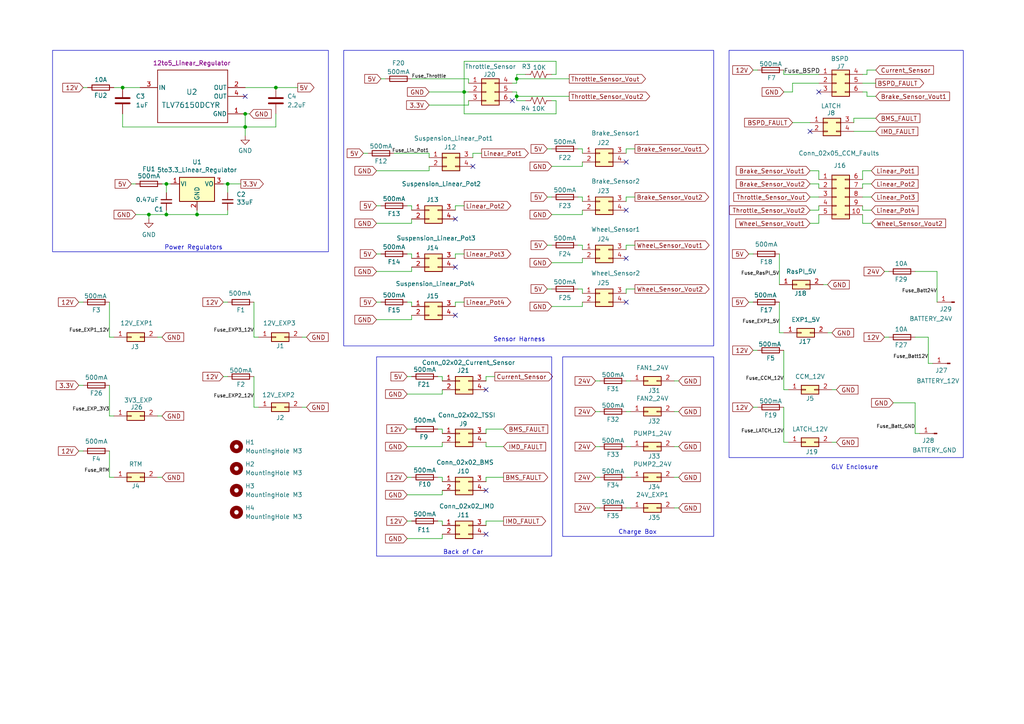
<source format=kicad_sch>
(kicad_sch (version 20250114) (generator "eeschema") (generator_version "9.0")
  (paper "A4")
  (rectangle (start 109.22 103.505) (end 160.02 161.29))
  (rectangle (start 15.24 14.605) (end 95.25 73.025))
  (rectangle (start 99.695 14.605) (end 207.01 100.33))
  (rectangle (start 211.455 14.605) (end 279.4 132.715))
  (rectangle (start 163.195 103.505) (end 207.01 155.575))
  (text "Sensor Harness" (at 150.622 98.552 0) (effects (font (size 1.27 1.27))))
  (text "Charge Box" (at 184.912 154.432 0) (effects (font (size 1.27 1.27))))
  (text "Back of Car" (at 134.366 160.274 0) (effects (font (size 1.27 1.27))))
  (text "Power Regulators" (at 56.134 71.882 0) (effects (font (size 1.27 1.27))))
  (text "GLV Enclosure" (at 247.904 135.636 0) (effects (font (size 1.27 1.27))))
  (junction (at 35.56 25.4))
  (junction (at 71.12 33.02))
  (junction (at 48.26 62.23))
  (junction (at 149.86 22.86))
  (junction (at 134.62 26.67))
  (junction (at 48.26 53.34))
  (junction (at 57.15 62.23))
  (junction (at 66.04 53.34))
  (junction (at 80.01 25.4))
  (junction (at 43.18 62.23))
  (junction (at 71.12 36.83))
  (junction (at 149.86 27.94))
  (no_connect (at 140.97 154.94))
  (no_connect (at 132.08 91.44))
  (no_connect (at 71.12 27.94))
  (no_connect (at 234.95 38.1))
  (no_connect (at 148.59 29.21))
  (no_connect (at 237.49 26.67))
  (no_connect (at 140.97 113.03))
  (no_connect (at 132.08 63.5))
  (no_connect (at 181.61 87.63))
  (no_connect (at 140.97 142.24))
  (no_connect (at 181.61 74.93))
  (no_connect (at 181.61 46.99))
  (no_connect (at 181.61 60.96))
  (no_connect (at 137.16 48.26))
  (no_connect (at 132.08 77.47))
  (wire (pts (xy 237.49 62.23) (xy 237.49 64.77)))
  (wire (pts (xy 196.85 110.49) (xy 195.58 110.49)))
  (wire (pts (xy 172.72 110.49) (xy 173.99 110.49)))
  (wire (pts (xy 22.86 87.63) (xy 24.13 87.63)))
  (wire (pts (xy 251.46 27.94) (xy 254 27.94)))
  (wire (pts (xy 124.46 26.67) (xy 134.62 26.67)))
  (wire (pts (xy 35.56 25.4) (xy 40.64 25.4)))
  (wire (pts (xy 256.54 97.79) (xy 257.81 97.79)))
  (wire (pts (xy 48.26 60.96) (xy 48.26 62.23)))
  (wire (pts (xy 229.87 26.67) (xy 229.87 24.13)))
  (wire (pts (xy 168.91 46.99) (xy 168.91 48.26)))
  (wire (pts (xy 118.11 151.13) (xy 119.38 151.13)))
  (wire (pts (xy 134.62 26.67) (xy 135.89 26.67)))
  (wire (pts (xy 119.38 78.74) (xy 109.22 78.74)))
  (wire (pts (xy 46.99 120.65) (xy 45.72 120.65)))
  (wire (pts (xy 135.89 22.86) (xy 135.89 24.13)))
  (wire (pts (xy 167.64 83.82) (xy 168.91 83.82)))
  (wire (pts (xy 149.86 27.94) (xy 165.1 27.94)))
  (wire (pts (xy 196.85 147.32) (xy 195.58 147.32)))
  (wire (pts (xy 135.89 30.48) (xy 135.89 29.21)))
  (wire (pts (xy 168.91 43.18) (xy 168.91 44.45)))
  (wire (pts (xy 127 124.46) (xy 128.27 124.46)))
  (wire (pts (xy 242.57 128.27) (xy 241.3 128.27)))
  (wire (pts (xy 66.04 53.34) (xy 66.04 55.88)))
  (wire (pts (xy 118.11 138.43) (xy 119.38 138.43)))
  (wire (pts (xy 237.49 64.77) (xy 234.95 64.77)))
  (wire (pts (xy 39.37 62.23) (xy 43.18 62.23)))
  (wire (pts (xy 31.75 138.43) (xy 31.75 130.81)))
  (wire (pts (xy 226.06 73.66) (xy 226.06 82.55)))
  (wire (pts (xy 181.61 129.54) (xy 182.88 129.54)))
  (wire (pts (xy 250.19 57.15) (xy 252.73 57.15)))
  (wire (pts (xy 149.86 24.13) (xy 148.59 24.13)))
  (wire (pts (xy 217.17 73.66) (xy 218.44 73.66)))
  (wire (pts (xy 128.27 156.21) (xy 118.11 156.21)))
  (wire (pts (xy 227.33 113.03) (xy 227.33 101.6)))
  (wire (pts (xy 250.19 52.07) (xy 250.19 49.53)))
  (wire (pts (xy 124.46 44.45) (xy 124.46 45.72)))
  (wire (pts (xy 64.77 53.34) (xy 66.04 53.34)))
  (wire (pts (xy 181.61 83.82) (xy 181.61 85.09)))
  (wire (pts (xy 71.12 36.83) (xy 35.56 36.83)))
  (wire (pts (xy 158.75 57.15) (xy 160.02 57.15)))
  (wire (pts (xy 110.49 22.86) (xy 111.76 22.86)))
  (wire (pts (xy 158.75 71.12) (xy 160.02 71.12)))
  (wire (pts (xy 119.38 64.77) (xy 109.22 64.77)))
  (wire (pts (xy 124.46 30.48) (xy 135.89 30.48)))
  (wire (pts (xy 88.9 118.11) (xy 87.63 118.11)))
  (wire (pts (xy 31.75 97.79) (xy 31.75 87.63)))
  (wire (pts (xy 247.65 38.1) (xy 254 38.1)))
  (wire (pts (xy 128.27 138.43) (xy 128.27 139.7)))
  (wire (pts (xy 73.66 97.79) (xy 74.93 97.79)))
  (wire (pts (xy 265.43 125.73) (xy 266.7 125.73)))
  (wire (pts (xy 137.16 44.45) (xy 139.7 44.45)))
  (wire (pts (xy 265.43 125.73) (xy 265.43 116.84)))
  (wire (pts (xy 227.33 26.67) (xy 229.87 26.67)))
  (wire (pts (xy 172.72 119.38) (xy 173.99 119.38)))
  (wire (pts (xy 181.61 43.18) (xy 181.61 44.45)))
  (wire (pts (xy 127 138.43) (xy 128.27 138.43)))
  (wire (pts (xy 31.75 120.65) (xy 31.75 111.76)))
  (wire (pts (xy 168.91 71.12) (xy 168.91 72.39)))
  (wire (pts (xy 43.18 62.23) (xy 48.26 62.23)))
  (wire (pts (xy 71.12 36.83) (xy 71.12 39.37)))
  (wire (pts (xy 271.78 78.74) (xy 271.78 87.63)))
  (wire (pts (xy 237.49 60.96) (xy 234.95 60.96)))
  (wire (pts (xy 140.97 151.13) (xy 140.97 152.4)))
  (wire (pts (xy 251.46 20.32) (xy 254 20.32)))
  (wire (pts (xy 140.97 125.73) (xy 140.97 124.46)))
  (wire (pts (xy 71.12 33.02) (xy 72.39 33.02)))
  (wire (pts (xy 250.19 49.53) (xy 252.73 49.53)))
  (wire (pts (xy 161.29 29.21) (xy 161.29 33.02)))
  (wire (pts (xy 57.15 62.23) (xy 57.15 60.96)))
  (wire (pts (xy 118.11 87.63) (xy 119.38 87.63)))
  (wire (pts (xy 73.66 97.79) (xy 73.66 87.63)))
  (wire (pts (xy 168.91 57.15) (xy 168.91 58.42)))
  (wire (pts (xy 119.38 73.66) (xy 119.38 74.93)))
  (wire (pts (xy 265.43 78.74) (xy 271.78 78.74)))
  (wire (pts (xy 128.27 151.13) (xy 128.27 152.4)))
  (wire (pts (xy 132.08 59.69) (xy 134.62 59.69)))
  (wire (pts (xy 24.13 25.4) (xy 25.4 25.4)))
  (wire (pts (xy 234.95 35.56) (xy 229.87 35.56)))
  (wire (pts (xy 168.91 62.23) (xy 160.02 62.23)))
  (wire (pts (xy 48.26 53.34) (xy 48.26 55.88)))
  (wire (pts (xy 140.97 109.22) (xy 140.97 110.49)))
  (wire (pts (xy 196.85 129.54) (xy 195.58 129.54)))
  (wire (pts (xy 137.16 44.45) (xy 137.16 45.72)))
  (wire (pts (xy 109.22 73.66) (xy 110.49 73.66)))
  (wire (pts (xy 119.38 92.71) (xy 109.22 92.71)))
  (wire (pts (xy 269.24 97.79) (xy 265.43 97.79)))
  (wire (pts (xy 168.91 83.82) (xy 168.91 85.09)))
  (wire (pts (xy 118.11 124.46) (xy 119.38 124.46)))
  (wire (pts (xy 250.19 64.77) (xy 252.73 64.77)))
  (wire (pts (xy 247.65 34.29) (xy 254 34.29)))
  (wire (pts (xy 229.87 24.13) (xy 237.49 24.13)))
  (wire (pts (xy 181.61 71.12) (xy 181.61 72.39)))
  (wire (pts (xy 149.86 21.59) (xy 149.86 22.86)))
  (wire (pts (xy 127 109.22) (xy 128.27 109.22)))
  (wire (pts (xy 234.95 49.53) (xy 237.49 49.53)))
  (wire (pts (xy 250.19 60.96) (xy 252.73 60.96)))
  (wire (pts (xy 140.97 109.22) (xy 143.51 109.22)))
  (wire (pts (xy 172.72 129.54) (xy 173.99 129.54)))
  (wire (pts (xy 218.44 118.11) (xy 219.71 118.11)))
  (wire (pts (xy 119.38 22.86) (xy 135.89 22.86)))
  (wire (pts (xy 46.99 97.79) (xy 45.72 97.79)))
  (wire (pts (xy 140.97 128.27) (xy 140.97 129.54)))
  (wire (pts (xy 128.27 142.24) (xy 128.27 143.51)))
  (wire (pts (xy 80.01 33.02) (xy 80.01 36.83)))
  (wire (pts (xy 73.66 118.11) (xy 74.93 118.11)))
  (wire (pts (xy 250.19 54.61) (xy 250.19 53.34)))
  (wire (pts (xy 247.65 35.56) (xy 247.65 34.29)))
  (wire (pts (xy 181.61 43.18) (xy 184.15 43.18)))
  (wire (pts (xy 196.85 119.38) (xy 195.58 119.38)))
  (wire (pts (xy 250.19 53.34) (xy 252.73 53.34)))
  (wire (pts (xy 217.17 87.63) (xy 218.44 87.63)))
  (wire (pts (xy 119.38 77.47) (xy 119.38 78.74)))
  (wire (pts (xy 127 151.13) (xy 128.27 151.13)))
  (wire (pts (xy 128.27 129.54) (xy 128.27 128.27)))
  (wire (pts (xy 167.64 57.15) (xy 168.91 57.15)))
  (wire (pts (xy 128.27 109.22) (xy 128.27 110.49)))
  (wire (pts (xy 46.99 138.43) (xy 45.72 138.43)))
  (wire (pts (xy 22.86 111.76) (xy 24.13 111.76)))
  (wire (pts (xy 140.97 124.46) (xy 146.05 124.46)))
  (wire (pts (xy 227.33 128.27) (xy 227.33 118.11)))
  (wire (pts (xy 88.9 97.79) (xy 87.63 97.79)))
  (wire (pts (xy 269.24 105.41) (xy 269.24 97.79)))
  (wire (pts (xy 105.41 44.45) (xy 106.68 44.45)))
  (wire (pts (xy 237.49 53.34) (xy 234.95 53.34)))
  (wire (pts (xy 48.26 62.23) (xy 57.15 62.23)))
  (wire (pts (xy 227.33 21.59) (xy 237.49 21.59)))
  (wire (pts (xy 119.38 63.5) (xy 119.38 64.77)))
  (wire (pts (xy 256.54 78.74) (xy 257.81 78.74)))
  (wire (pts (xy 161.29 17.78) (xy 134.62 17.78)))
  (wire (pts (xy 134.62 33.02) (xy 161.29 33.02)))
  (wire (pts (xy 140.97 138.43) (xy 146.05 138.43)))
  (wire (pts (xy 46.99 53.34) (xy 48.26 53.34)))
  (wire (pts (xy 181.61 57.15) (xy 184.15 57.15)))
  (wire (pts (xy 119.38 59.69) (xy 119.38 60.96)))
  (wire (pts (xy 237.49 59.69) (xy 237.49 60.96)))
  (wire (pts (xy 172.72 138.43) (xy 173.99 138.43)))
  (wire (pts (xy 181.61 110.49) (xy 182.88 110.49)))
  (wire (pts (xy 242.57 113.03) (xy 241.3 113.03)))
  (wire (pts (xy 132.08 87.63) (xy 134.62 87.63)))
  (wire (pts (xy 226.06 96.52) (xy 226.06 87.63)))
  (wire (pts (xy 218.44 101.6) (xy 219.71 101.6)))
  (wire (pts (xy 254 24.13) (xy 250.19 24.13)))
  (wire (pts (xy 118.11 129.54) (xy 128.27 129.54)))
  (wire (pts (xy 181.61 147.32) (xy 182.88 147.32)))
  (wire (pts (xy 64.77 87.63) (xy 66.04 87.63)))
  (wire (pts (xy 168.91 88.9) (xy 160.02 88.9)))
  (wire (pts (xy 134.62 17.78) (xy 134.62 26.67)))
  (wire (pts (xy 269.24 105.41) (xy 270.51 105.41)))
  (wire (pts (xy 227.33 128.27) (xy 228.6 128.27)))
  (wire (pts (xy 66.04 53.34) (xy 69.85 53.34)))
  (wire (pts (xy 167.64 71.12) (xy 168.91 71.12)))
  (wire (pts (xy 66.04 60.96) (xy 66.04 62.23)))
  (wire (pts (xy 149.86 26.67) (xy 149.86 27.94)))
  (wire (pts (xy 31.75 138.43) (xy 33.02 138.43)))
  (wire (pts (xy 140.97 151.13) (xy 146.05 151.13)))
  (wire (pts (xy 158.75 83.82) (xy 160.02 83.82)))
  (wire (pts (xy 80.01 36.83) (xy 71.12 36.83)))
  (wire (pts (xy 148.59 26.67) (xy 149.86 26.67)))
  (wire (pts (xy 227.33 20.32) (xy 227.33 21.59)))
  (wire (pts (xy 168.91 60.96) (xy 168.91 62.23)))
  (wire (pts (xy 43.18 62.23) (xy 43.18 63.5)))
  (wire (pts (xy 149.86 27.94) (xy 149.86 29.21)))
  (wire (pts (xy 158.75 43.18) (xy 160.02 43.18)))
  (wire (pts (xy 234.95 57.15) (xy 237.49 57.15)))
  (wire (pts (xy 181.61 71.12) (xy 184.15 71.12)))
  (wire (pts (xy 218.44 20.32) (xy 219.71 20.32)))
  (wire (pts (xy 109.22 59.69) (xy 110.49 59.69)))
  (wire (pts (xy 64.77 109.22) (xy 66.04 109.22)))
  (wire (pts (xy 237.49 54.61) (xy 237.49 53.34)))
  (wire (pts (xy 118.11 73.66) (xy 119.38 73.66)))
  (wire (pts (xy 31.75 120.65) (xy 33.02 120.65)))
  (wire (pts (xy 160.02 21.59) (xy 161.29 21.59)))
  (wire (pts (xy 119.38 91.44) (xy 119.38 92.71)))
  (wire (pts (xy 124.46 49.53) (xy 109.22 49.53)))
  (wire (pts (xy 35.56 36.83) (xy 35.56 33.02)))
  (wire (pts (xy 149.86 29.21) (xy 152.4 29.21)))
  (wire (pts (xy 250.19 62.23) (xy 250.19 64.77)))
  (wire (pts (xy 250.19 59.69) (xy 250.19 60.96)))
  (wire (pts (xy 168.91 74.93) (xy 168.91 76.2)))
  (wire (pts (xy 128.27 113.03) (xy 128.27 114.3)))
  (wire (pts (xy 140.97 138.43) (xy 140.97 139.7)))
  (wire (pts (xy 265.43 116.84) (xy 259.08 116.84)))
  (wire (pts (xy 251.46 26.67) (xy 251.46 27.94)))
  (wire (pts (xy 251.46 21.59) (xy 250.19 21.59)))
  (wire (pts (xy 161.29 21.59) (xy 161.29 17.78)))
  (wire (pts (xy 132.08 73.66) (xy 132.08 74.93)))
  (wire (pts (xy 118.11 59.69) (xy 119.38 59.69)))
  (wire (pts (xy 124.46 48.26) (xy 124.46 49.53)))
  (wire (pts (xy 167.64 43.18) (xy 168.91 43.18)))
  (wire (pts (xy 80.01 25.4) (xy 86.36 25.4)))
  (wire (pts (xy 128.27 114.3) (xy 118.11 114.3)))
  (wire (pts (xy 134.62 33.02) (xy 134.62 26.67)))
  (wire (pts (xy 181.61 119.38) (xy 182.88 119.38)))
  (wire (pts (xy 109.22 87.63) (xy 110.49 87.63)))
  (wire (pts (xy 181.61 57.15) (xy 181.61 58.42)))
  (wire (pts (xy 48.26 53.34) (xy 49.53 53.34)))
  (wire (pts (xy 238.76 82.55) (xy 240.03 82.55)))
  (wire (pts (xy 241.3 96.52) (xy 240.03 96.52)))
  (wire (pts (xy 38.1 53.34) (xy 39.37 53.34)))
  (wire (pts (xy 165.1 22.86) (xy 149.86 22.86)))
  (wire (pts (xy 227.33 113.03) (xy 228.6 113.03)))
  (wire (pts (xy 181.61 83.82) (xy 184.15 83.82)))
  (wire (pts (xy 168.91 76.2) (xy 160.02 76.2)))
  (wire (pts (xy 251.46 20.32) (xy 251.46 21.59)))
  (wire (pts (xy 237.49 49.53) (xy 237.49 52.07)))
  (wire (pts (xy 168.91 87.63) (xy 168.91 88.9)))
  (wire (pts (xy 160.02 29.21) (xy 161.29 29.21)))
  (wire (pts (xy 31.75 97.79) (xy 33.02 97.79)))
  (wire (pts (xy 128.27 154.94) (xy 128.27 156.21)))
  (wire (pts (xy 132.08 87.63) (xy 132.08 88.9)))
  (wire (pts (xy 196.85 138.43) (xy 195.58 138.43)))
  (wire (pts (xy 73.66 118.11) (xy 73.66 109.22)))
  (wire (pts (xy 119.38 87.63) (xy 119.38 88.9)))
  (wire (pts (xy 128.27 124.46) (xy 128.27 125.73)))
  (wire (pts (xy 168.91 48.26) (xy 160.02 48.26)))
  (wire (pts (xy 181.61 138.43) (xy 182.88 138.43)))
  (wire (pts (xy 22.86 130.81) (xy 24.13 130.81)))
  (wire (pts (xy 149.86 22.86) (xy 149.86 24.13)))
  (wire (pts (xy 132.08 73.66) (xy 134.62 73.66)))
  (wire (pts (xy 128.27 143.51) (xy 118.11 143.51)))
  (wire (pts (xy 71.12 25.4) (xy 80.01 25.4)))
  (wire (pts (xy 124.46 44.45) (xy 114.3 44.45)))
  (wire (pts (xy 33.02 25.4) (xy 35.56 25.4)))
  (wire (pts (xy 132.08 59.69) (xy 132.08 60.96)))
  (wire (pts (xy 118.11 109.22) (xy 119.38 109.22)))
  (wire (pts (xy 71.12 33.02) (xy 71.12 36.83)))
  (wire (pts (xy 140.97 129.54) (xy 146.05 129.54)))
  (wire (pts (xy 66.04 62.23) (xy 57.15 62.23)))
  (wire (pts (xy 172.72 147.32) (xy 173.99 147.32)))
  (wire (pts (xy 226.06 96.52) (xy 227.33 96.52)))
  (wire (pts (xy 149.86 21.59) (xy 152.4 21.59)))
  (wire (pts (xy 251.46 26.67) (xy 250.19 26.67)))
  (label "Fuse_BSPD" (at 227.33 21.59 0))
  (label "Fuse_EXP_3V3" (at 31.75 119.38 180) (effects (font (size 1 1))))
  (label "Fuse_EXP2_12V" (at 73.66 115.57 180) (effects (font (size 1 1))))
  (label "Fuse_EXP1_5V" (at 226.06 93.98 180) (effects (font (size 1 1))))
  (label "Fuse_Batt_GND" (at 265.43 124.46 180) (effects (font (size 1 1))))
  (label "Fuse_EXP1_12V" (at 31.75 96.52 180) (effects (font (size 1 1))))
  (label "Fuse_RasPI_5V" (at 226.06 80.01 180) (effects (font (size 1 1))))
  (label "Fuse_CCM_12V" (at 227.33 110.49 180) (effects (font (size 1 1))))
  (label "Fuse_Throttle" (at 119.38 22.86 0) (effects (font (size 1 1))))
  (label "Fuse_Batt24V" (at 271.78 85.09 180) (effects (font (size 1 1))))
  (label "Fuse_Batt12V" (at 269.24 104.14 180) (effects (font (size 1 1))))
  (label "Fuse_Lin_Pot1" (at 124.46 44.45 180) (effects (font (size 1 1))))
  (label "Fuse_RTM" (at 31.75 137.16 180) (effects (font (size 1 1))))
  (label "Fuse_LATCH_12V" (at 227.33 125.73 180) (effects (font (size 1 1))))
  (label "Fuse_EXP3_12V" (at 73.66 96.52 180) (effects (font (size 1 1))))
  (global_label "5V" (shape input) (at 110.49 22.86 180) (property "Intersheetrefs" "${INTERSHEET_REFS}" (effects (hide yes))))
  (global_label "GND" (shape input) (at 196.85 138.43 0) (property "Intersheetrefs" "${INTERSHEET_REFS}" (effects (hide yes))))
  (global_label "12V" (shape input) (at 22.86 130.81 180) (property "Intersheetrefs" "${INTERSHEET_REFS}" (effects (hide yes))))
  (global_label "5V" (shape output) (at 86.36 25.4 0) (property "Intersheetrefs" "${INTERSHEET_REFS}" (effects (hide yes))))
  (global_label "24V" (shape input) (at 172.72 119.38 180) (property "Intersheetrefs" "${INTERSHEET_REFS}" (effects (hide yes))))
  (global_label "Current_Sensor" (shape input) (at 254 20.32 0) (property "Intersheetrefs" "${INTERSHEET_REFS}" (effects (hide yes))))
  (global_label "5V" (shape input) (at 38.1 53.34 180) (property "Intersheetrefs" "${INTERSHEET_REFS}" (effects (hide yes))))
  (global_label "GND" (shape input) (at 196.85 119.38 0) (property "Intersheetrefs" "${INTERSHEET_REFS}" (effects (hide yes))))
  (global_label "BMS_FAULT" (shape output) (at 146.05 138.43 0) (property "Intersheetrefs" "${INTERSHEET_REFS}" (effects (hide yes))))
  (global_label "Throttle_Sensor_Vout2" (shape output) (at 165.1 27.94 0) (property "Intersheetrefs" "${INTERSHEET_REFS}" (effects (hide yes))))
  (global_label "Current_Sensor" (shape output) (at 143.51 109.22 0) (property "Intersheetrefs" "${INTERSHEET_REFS}" (effects (hide yes))))
  (global_label "12V" (shape input) (at 64.77 87.63 180) (property "Intersheetrefs" "${INTERSHEET_REFS}" (effects (hide yes))))
  (global_label "Linear_Pot4" (shape output) (at 134.62 87.63 0) (property "Intersheetrefs" "${INTERSHEET_REFS}" (effects (hide yes))))
  (global_label "GND" (shape input) (at 241.3 96.52 0) (property "Intersheetrefs" "${INTERSHEET_REFS}" (effects (hide yes))))
  (global_label "5V" (shape input) (at 158.75 71.12 180) (property "Intersheetrefs" "${INTERSHEET_REFS}" (effects (hide yes))))
  (global_label "GND" (shape input) (at 88.9 118.11 0) (property "Intersheetrefs" "${INTERSHEET_REFS}" (effects (hide yes))))
  (global_label "GND" (shape input) (at 160.02 62.23 180) (property "Intersheetrefs" "${INTERSHEET_REFS}" (effects (hide yes))))
  (global_label "Brake_Sensor_Vout2" (shape input) (at 234.95 53.34 180) (property "Intersheetrefs" "${INTERSHEET_REFS}" (effects (hide yes))))
  (global_label "Wheel_Sensor_Vout2" (shape output) (at 184.15 83.82 0) (property "Intersheetrefs" "${INTERSHEET_REFS}" (effects (hide yes))))
  (global_label "Linear_Pot3" (shape input) (at 252.73 57.15 0) (property "Intersheetrefs" "${INTERSHEET_REFS}" (effects (hide yes))))
  (global_label "GND" (shape input) (at 227.33 26.67 180) (property "Intersheetrefs" "${INTERSHEET_REFS}" (effects (hide yes))))
  (global_label "24V" (shape input) (at 256.54 78.74 180) (property "Intersheetrefs" "${INTERSHEET_REFS}" (effects (hide yes))))
  (global_label "GND" (shape input) (at 242.57 113.03 0) (property "Intersheetrefs" "${INTERSHEET_REFS}" (effects (hide yes))))
  (global_label "5V" (shape input) (at 118.11 109.22 180) (property "Intersheetrefs" "${INTERSHEET_REFS}" (effects (hide yes))))
  (global_label "BSPD_FAULT" (shape output) (at 254 24.13 0) (property "Intersheetrefs" "${INTERSHEET_REFS}" (effects (hide yes))))
  (global_label "Brake_Sensor_Vout1" (shape output) (at 184.15 43.18 0) (property "Intersheetrefs" "${INTERSHEET_REFS}" (effects (hide yes))))
  (global_label "GND" (shape input) (at 160.02 76.2 180) (property "Intersheetrefs" "${INTERSHEET_REFS}" (effects (hide yes))))
  (global_label "Brake_Sensor_Vout1" (shape input) (at 234.95 49.53 180) (property "Intersheetrefs" "${INTERSHEET_REFS}" (effects (hide yes))))
  (global_label "BSPD_FAULT" (shape input) (at 229.87 35.56 180) (property "Intersheetrefs" "${INTERSHEET_REFS}" (effects (hide yes))))
  (global_label "Linear_Pot4" (shape input) (at 252.73 60.96 0) (property "Intersheetrefs" "${INTERSHEET_REFS}" (effects (hide yes))))
  (global_label "Brake_Sensor_Vout2" (shape output) (at 184.15 57.15 0) (property "Intersheetrefs" "${INTERSHEET_REFS}" (effects (hide yes))))
  (global_label "5V" (shape input) (at 109.22 73.66 180) (property "Intersheetrefs" "${INTERSHEET_REFS}" (effects (hide yes))))
  (global_label "Throttle_Sensor_Vout2" (shape input) (at 234.95 60.96 180) (property "Intersheetrefs" "${INTERSHEET_REFS}" (effects (hide yes))))
  (global_label "GND" (shape input) (at 46.99 138.43 0) (property "Intersheetrefs" "${INTERSHEET_REFS}" (effects (hide yes))))
  (global_label "12V" (shape input) (at 218.44 118.11 180) (property "Intersheetrefs" "${INTERSHEET_REFS}" (effects (hide yes))))
  (global_label "GND" (shape input) (at 88.9 97.79 0) (property "Intersheetrefs" "${INTERSHEET_REFS}" (effects (hide yes))))
  (global_label "GND" (shape input) (at 118.11 129.54 180) (property "Intersheetrefs" "${INTERSHEET_REFS}" (effects (hide yes))))
  (global_label "3.3V" (shape input) (at 124.46 30.48 180) (property "Intersheetrefs" "${INTERSHEET_REFS}" (effects (hide yes))))
  (global_label "GND" (shape input) (at 46.99 97.79 0) (property "Intersheetrefs" "${INTERSHEET_REFS}" (effects (hide yes))))
  (global_label "IMD_FAULT" (shape input) (at 146.05 129.54 0) (property "Intersheetrefs" "${INTERSHEET_REFS}" (effects (hide yes))))
  (global_label "24V" (shape input) (at 172.72 138.43 180) (property "Intersheetrefs" "${INTERSHEET_REFS}" (effects (hide yes))))
  (global_label "GND" (shape input) (at 196.85 147.32 0) (property "Intersheetrefs" "${INTERSHEET_REFS}" (effects (hide yes))))
  (global_label "5V" (shape input) (at 105.41 44.45 180) (property "Intersheetrefs" "${INTERSHEET_REFS}" (effects (hide yes))))
  (global_label "GND" (shape input) (at 196.85 110.49 0) (property "Intersheetrefs" "${INTERSHEET_REFS}" (effects (hide yes))))
  (global_label "IMD_FAULT" (shape output) (at 146.05 151.13 0) (property "Intersheetrefs" "${INTERSHEET_REFS}" (effects (hide yes))))
  (global_label "GND" (shape input) (at 259.08 116.84 180) (property "Intersheetrefs" "${INTERSHEET_REFS}" (effects (hide yes))))
  (global_label "12V" (shape input) (at 256.54 97.79 180) (property "Intersheetrefs" "${INTERSHEET_REFS}" (effects (hide yes))))
  (global_label "Linear_Pot3" (shape output) (at 134.62 73.66 0) (property "Intersheetrefs" "${INTERSHEET_REFS}" (effects (hide yes))))
  (global_label "5V" (shape input) (at 158.75 83.82 180) (property "Intersheetrefs" "${INTERSHEET_REFS}" (effects (hide yes))))
  (global_label "GND" (shape input) (at 39.37 62.23 180) (property "Intersheetrefs" "${INTERSHEET_REFS}" (effects (hide yes))))
  (global_label "5V" (shape input) (at 217.17 87.63 180) (property "Intersheetrefs" "${INTERSHEET_REFS}" (effects (hide yes))))
  (global_label "GND" (shape input) (at 242.57 128.27 0) (property "Intersheetrefs" "${INTERSHEET_REFS}" (effects (hide yes))))
  (global_label "5V" (shape input) (at 109.22 59.69 180) (property "Intersheetrefs" "${INTERSHEET_REFS}" (effects (hide yes))))
  (global_label "Linear_Pot1" (shape input) (at 252.73 49.53 0) (property "Intersheetrefs" "${INTERSHEET_REFS}" (effects (hide yes))))
  (global_label "12V" (shape input) (at 64.77 109.22 180) (property "Intersheetrefs" "${INTERSHEET_REFS}" (effects (hide yes))))
  (global_label "Throttle_Sensor_Vout" (shape input) (at 234.95 57.15 180) (property "Intersheetrefs" "${INTERSHEET_REFS}" (effects (hide yes))))
  (global_label "GND" (shape input) (at 72.39 33.02 0) (property "Intersheetrefs" "${INTERSHEET_REFS}" (effects (hide yes))))
  (global_label "GND" (shape input) (at 118.11 114.3 180) (property "Intersheetrefs" "${INTERSHEET_REFS}" (effects (hide yes))))
  (global_label "5V" (shape input) (at 158.75 43.18 180) (property "Intersheetrefs" "${INTERSHEET_REFS}" (effects (hide yes))))
  (global_label "Wheel_Sensor_Vout1" (shape output) (at 184.15 71.12 0) (property "Intersheetrefs" "${INTERSHEET_REFS}" (effects (hide yes))))
  (global_label "GND" (shape input) (at 196.85 129.54 0) (property "Intersheetrefs" "${INTERSHEET_REFS}" (effects (hide yes))))
  (global_label "GND" (shape input) (at 118.11 143.51 180) (property "Intersheetrefs" "${INTERSHEET_REFS}" (effects (hide yes))))
  (global_label "3.3V" (shape output) (at 69.85 53.34 0) (property "Intersheetrefs" "${INTERSHEET_REFS}" (effects (hide yes))))
  (global_label "12V" (shape input) (at 24.13 25.4 180) (property "Intersheetrefs" "${INTERSHEET_REFS}" (effects (hide yes))))
  (global_label "GND" (shape input) (at 124.46 26.67 180) (property "Intersheetrefs" "${INTERSHEET_REFS}" (effects (hide yes))))
  (global_label "Linear_Pot2" (shape input) (at 252.73 53.34 0) (property "Intersheetrefs" "${INTERSHEET_REFS}" (effects (hide yes))))
  (global_label "Wheel_Sensor_Vout2" (shape input) (at 252.73 64.77 0) (property "Intersheetrefs" "${INTERSHEET_REFS}" (effects (hide yes))))
  (global_label "5V" (shape input) (at 158.75 57.15 180) (property "Intersheetrefs" "${INTERSHEET_REFS}" (effects (hide yes))))
  (global_label "GND" (shape input) (at 109.22 64.77 180) (property "Intersheetrefs" "${INTERSHEET_REFS}" (effects (hide yes))))
  (global_label "Brake_Sensor_Vout1" (shape input) (at 254 27.94 0) (property "Intersheetrefs" "${INTERSHEET_REFS}" (effects (hide yes))))
  (global_label "Linear_Pot1" (shape output) (at 139.7 44.45 0) (property "Intersheetrefs" "${INTERSHEET_REFS}" (effects (hide yes))))
  (global_label "5V" (shape input) (at 109.22 87.63 180) (property "Intersheetrefs" "${INTERSHEET_REFS}" (effects (hide yes))))
  (global_label "12V" (shape input) (at 218.44 20.32 180) (property "Intersheetrefs" "${INTERSHEET_REFS}" (effects (hide yes))))
  (global_label "Throttle_Sensor_Vout" (shape output) (at 165.1 22.86 0) (property "Intersheetrefs" "${INTERSHEET_REFS}" (effects (hide yes))))
  (global_label "IMD_FAULT" (shape input) (at 254 38.1 0) (property "Intersheetrefs" "${INTERSHEET_REFS}" (effects (hide yes))))
  (global_label "24V" (shape input) (at 172.72 147.32 180) (property "Intersheetrefs" "${INTERSHEET_REFS}" (effects (hide yes))))
  (global_label "BMS_FAULT" (shape input) (at 146.05 124.46 0) (property "Intersheetrefs" "${INTERSHEET_REFS}" (effects (hide yes))))
  (global_label "12V" (shape input) (at 118.11 151.13 180) (property "Intersheetrefs" "${INTERSHEET_REFS}" (effects (hide yes))))
  (global_label "GND" (shape input) (at 46.99 120.65 0) (property "Intersheetrefs" "${INTERSHEET_REFS}" (effects (hide yes))))
  (global_label "24V" (shape input) (at 172.72 129.54 180) (property "Intersheetrefs" "${INTERSHEET_REFS}" (effects (hide yes))))
  (global_label "GND" (shape input) (at 160.02 88.9 180) (property "Intersheetrefs" "${INTERSHEET_REFS}" (effects (hide yes))))
  (global_label "12V" (shape input) (at 118.11 124.46 180) (property "Intersheetrefs" "${INTERSHEET_REFS}" (effects (hide yes))))
  (global_label "12V" (shape input) (at 218.44 101.6 180) (property "Intersheetrefs" "${INTERSHEET_REFS}" (effects (hide yes))))
  (global_label "GND" (shape input) (at 109.22 49.53 180) (property "Intersheetrefs" "${INTERSHEET_REFS}" (effects (hide yes))))
  (global_label "12V" (shape input) (at 118.11 138.43 180) (property "Intersheetrefs" "${INTERSHEET_REFS}" (effects (hide yes))))
  (global_label "GND" (shape input) (at 109.22 78.74 180) (property "Intersheetrefs" "${INTERSHEET_REFS}" (effects (hide yes))))
  (global_label "GND" (shape input) (at 240.03 82.55 0) (property "Intersheetrefs" "${INTERSHEET_REFS}" (effects (hide yes))))
  (global_label "Wheel_Sensor_Vout1" (shape input) (at 234.95 64.77 180) (property "Intersheetrefs" "${INTERSHEET_REFS}" (effects (hide yes))))
  (global_label "GND" (shape input) (at 118.11 156.21 180) (property "Intersheetrefs" "${INTERSHEET_REFS}" (effects (hide yes))))
  (global_label "5V" (shape input) (at 217.17 73.66 180) (property "Intersheetrefs" "${INTERSHEET_REFS}" (effects (hide yes))))
  (global_label "Linear_Pot2" (shape output) (at 134.62 59.69 0) (property "Intersheetrefs" "${INTERSHEET_REFS}" (effects (hide yes))))
  (global_label "24V" (shape input) (at 172.72 110.49 180) (property "Intersheetrefs" "${INTERSHEET_REFS}" (effects (hide yes))))
  (global_label "BMS_FAULT" (shape input) (at 254 34.29 0) (property "Intersheetrefs" "${INTERSHEET_REFS}" (effects (hide yes))))
  (global_label "GND" (shape input) (at 160.02 48.26 180) (property "Intersheetrefs" "${INTERSHEET_REFS}" (effects (hide yes))))
  (global_label "12V" (shape input) (at 22.86 87.63 180) (property "Intersheetrefs" "${INTERSHEET_REFS}" (effects (hide yes))))
  (global_label "GND" (shape input) (at 109.22 92.71 180) (property "Intersheetrefs" "${INTERSHEET_REFS}" (effects (hide yes))))
  (global_label "3.3V" (shape input) (at 22.86 111.76 180) (property "Intersheetrefs" "${INTERSHEET_REFS}" (effects (hide yes))))
  (symbol (lib_id "Connector_Generic:Conn_02x01") (at 187.96 147.32 0) (unit 1)
    (property "Reference" "J35" (at 189.738 150.114 0))
    (property "Value" "24V_EXP1" (at 189.23 143.51 0))
    (property "Footprint" "0footprints:Molex_Mini-Fit_Jr_5566-02A_2x01_P4.20mm_Vertical" (effects (hide yes)))
    (property "Description" "Generic connector, double row, 02x01, this symbol is compatible with counter-clockwise, top-bottom and odd-even numbering schemes., script generated (kicad-library-utils/schlib/autogen/connector/)" (effects (hide yes)))
  )
  (symbol (lib_id "2025-04-04_22-39-47:TLV76150DCYR") (at 41.91 24.13 0) (unit 1)
    (property "Reference" "U2" (at 55.626 26.67 0) (effects (font (size 1.524 1.524))))
    (property "Value" "TLV76150DCYR" (at 55.372 30.48 0) (effects (font (size 1.524 1.524))))
    (property "Footprint" "Package_TO_SOT_SMD:SOT-223" (effects (hide yes)))
    (property "Datasheet" "TLV76150DCYR" (effects (hide yes)))
    (property "Description" "12to5_Linear_Regulator" (at 55.626 18.288 0))
  )
  (symbol (lib_id "Connector_Generic:Conn_02x02_Top_Bottom") (at 173.99 85.09 0) (unit 1)
    (property "Reference" "J25" (at 175.006 82.042 0))
    (property "Value" "Wheel_Sensor2" (at 178.562 79.248 0))
    (property "Footprint" "0footprints:Molex_Mini-Fit_Jr_5566-04A_2x02_P4.20mm_Vertical" (effects (hide yes)))
    (property "Description" "Generic connector, double row, 02x02, top/bottom pin numbering scheme (row 1: 1...pins_per_row, row2: pins_per_row+1 ... num_pins), script generated (kicad-library-utils/schlib/autogen/connector/)" (effects (hide yes)))
  )
  (symbol (lib_id "Connector_Generic:Conn_02x01") (at 187.96 129.54 0) (unit 1)
    (property "Reference" "J33" (at 189.738 132.334 0))
    (property "Value" "PUMP1_24V" (at 189.23 125.73 0))
    (property "Footprint" "0footprints:Molex_Mini-Fit_Jr_5566-02A_2x01_P4.20mm_Vertical" (effects (hide yes)))
    (property "Description" "Generic connector, double row, 02x01, this symbol is compatible with counter-clockwise, top-bottom and odd-even numbering schemes., script generated (kicad-library-utils/schlib/autogen/connector/)" (effects (hide yes)))
  )
  (symbol (lib_id "Regulator_Linear:LF15_TO220") (at 57.15 53.34 0) (unit 1)
    (property "Reference" "U1" (at 57.15 46.99 0))
    (property "Value" "5to3.3_Linear_Regulator" (at 57.15 49.276 0))
    (property "Footprint" "Package_TO_SOT_THT:TO-220-3_Vertical" (effects (hide yes)))
    (property "Datasheet" "http://www.st.com/content/ccc/resource/technical/document/datasheet/c4/0e/7e/2a/be/bc/4c/bd/CD00000546.pdf/files/CD00000546.pdf/jcr:content/translations/en.CD00000546.pdf" (effects (hide yes)))
    (property "Description" "Low-drop Voltage Regulator, Io up to 500mA, Fixed Vo 1.5V, TO-220" (effects (hide yes)))
  )
  (symbol (lib_id "Connector_Generic:Conn_02x02_Top_Bottom") (at 133.35 139.7 0) (unit 1)
    (property "Reference" "J10" (at 134.366 136.652 0))
    (property "Value" "Conn_02x02_BMS" (at 134.874 134.112 0))
    (property "Footprint" "0footprints:Molex_Mini-Fit_Jr_5566-04A_2x02_P4.20mm_Vertical" (effects (hide yes)))
    (property "Description" "Generic connector, double row, 02x02, top/bottom pin numbering scheme (row 1: 1...pins_per_row, row2: pins_per_row+1 ... num_pins), script generated (kicad-library-utils/schlib/autogen/connector/)" (effects (hide yes)))
  )
  (symbol (lib_id "Device:Fuse") (at 223.52 118.11 270) (unit 1)
    (property "Reference" "F19" (at 223.52 120.396 90))
    (property "Value" "500mA" (at 223.52 116.332 90))
    (property "Footprint" "0footprints:649-SERIES-HOLDER" (effects (hide yes)))
    (property "Description" "Fuse" (effects (hide yes)))
  )
  (symbol (lib_id "Device:Fuse") (at 27.94 87.63 270) (unit 1)
    (property "Reference" "F3" (at 27.94 89.916 90))
    (property "Value" "500mA" (at 27.686 85.852 90))
    (property "Footprint" "0footprints:649-SERIES-HOLDER" (effects (hide yes)))
    (property "Description" "Fuse" (effects (hide yes)))
  )
  (symbol (lib_id "Device:Fuse") (at 177.8 147.32 270) (unit 1)
    (property "Reference" "F35" (at 177.8 149.606 90))
    (property "Value" "500mA" (at 177.8 145.542 90))
    (property "Footprint" "0footprints:649-SERIES-HOLDER" (effects (hide yes)))
    (property "Description" "Fuse" (effects (hide yes)))
  )
  (symbol (lib_id "Connector_Generic:Conn_02x01") (at 187.96 119.38 0) (unit 1)
    (property "Reference" "J32" (at 189.738 122.174 0))
    (property "Value" "FAN2_24V" (at 189.23 115.57 0))
    (property "Footprint" "0footprints:Molex_Mini-Fit_Jr_5566-02A_2x01_P4.20mm_Vertical" (effects (hide yes)))
    (property "Description" "Generic connector, double row, 02x01, this symbol is compatible with counter-clockwise, top-bottom and odd-even numbering schemes., script generated (kicad-library-utils/schlib/autogen/connector/)" (effects (hide yes)))
  )
  (symbol (lib_id "Device:Fuse") (at 177.8 129.54 270) (unit 1)
    (property "Reference" "F33" (at 177.8 131.826 90))
    (property "Value" "500mA" (at 177.8 127.762 90))
    (property "Footprint" "0footprints:649-SERIES-HOLDER" (effects (hide yes)))
    (property "Description" "Fuse" (effects (hide yes)))
  )
  (symbol (lib_id "Connector_Generic:Conn_02x02_Top_Bottom") (at 173.99 44.45 0) (unit 1)
    (property "Reference" "J22" (at 175.006 41.402 0))
    (property "Value" "Brake_Sensor1" (at 178.562 38.608 0))
    (property "Footprint" "0footprints:Molex_Mini-Fit_Jr_5566-04A_2x02_P4.20mm_Vertical" (effects (hide yes)))
    (property "Description" "Generic connector, double row, 02x02, top/bottom pin numbering scheme (row 1: 1...pins_per_row, row2: pins_per_row+1 ... num_pins), script generated (kicad-library-utils/schlib/autogen/connector/)" (effects (hide yes)))
  )
  (symbol (lib_id "Mechanical:MountingHole") (at 68.58 148.59 0) (unit 1) (in_bom no)
    (property "Reference" "H4" (at 71.12 147.3199 0) (effects (justify left)))
    (property "Value" "MountingHole M3" (at 71.12 149.8599 0) (effects (justify left)))
    (property "Footprint" "MountingHole:MountingHole_3.2mm_M3" (effects (hide yes)))
    (property "Description" "Mounting Hole without connection" (effects (hide yes)))
  )
  (symbol (lib_id "Device:Fuse") (at 222.25 73.66 270) (unit 1)
    (property "Reference" "F18" (at 222.25 75.946 90))
    (property "Value" "500mA" (at 222.25 70.866 90))
    (property "Footprint" "0footprints:649-SERIES-HOLDER" (effects (hide yes)))
    (property "Description" "Fuse" (effects (hide yes)))
  )
  (symbol (lib_id "Connector_Generic:Conn_02x01") (at 233.68 128.27 0) (unit 1)
    (property "Reference" "J19" (at 235.458 131.064 0))
    (property "Value" "LATCH_12V" (at 234.95 124.46 0))
    (property "Footprint" "0footprints:Molex_Mini-Fit_Jr_5566-02A_2x01_P4.20mm_Vertical" (effects (hide yes)))
    (property "Description" "Generic connector, double row, 02x01, this symbol is compatible with counter-clockwise, top-bottom and odd-even numbering schemes., script generated (kicad-library-utils/schlib/autogen/connector/)" (effects (hide yes)))
  )
  (symbol (lib_id "Device:C") (at 35.56 29.21 0) (unit 1)
    (property "Reference" "C3" (at 39.37 27.9399 0) (effects (justify left)))
    (property "Value" "1uF" (at 39.37 30.4799 0) (effects (justify left)))
    (property "Footprint" "Capacitor_SMD:C_0805_2012Metric" (effects (hide yes)))
    (property "Description" "Unpolarized capacitor" (effects (hide yes)))
  )
  (symbol (lib_id "Device:Fuse") (at 27.94 111.76 270) (unit 1)
    (property "Reference" "F26" (at 27.94 114.046 90))
    (property "Value" "500mA" (at 27.94 109.474 90))
    (property "Footprint" "0footprints:649-SERIES-HOLDER" (effects (hide yes)))
    (property "Description" "Fuse" (effects (hide yes)))
  )
  (symbol (lib_id "Device:Fuse") (at 123.19 138.43 90) (unit 1)
    (property "Reference" "F10" (at 123.19 140.462 90))
    (property "Value" "500mA" (at 123.19 136.398 90))
    (property "Footprint" "0footprints:649-SERIES-HOLDER" (effects (hide yes)))
    (property "Description" "Fuse" (effects (hide yes)))
  )
  (symbol (lib_id "Device:Fuse") (at 69.85 87.63 270) (unit 1)
    (property "Reference" "F1" (at 69.85 89.916 90))
    (property "Value" "500mA" (at 69.596 85.09 90))
    (property "Footprint" "0footprints:649-SERIES-HOLDER" (effects (hide yes)))
    (property "Description" "Fuse" (effects (hide yes)))
  )
  (symbol (lib_id "Device:Fuse") (at 163.83 71.12 90) (unit 1)
    (property "Reference" "F24" (at 163.83 73.66 90))
    (property "Value" "500mA" (at 163.83 69.088 90))
    (property "Footprint" "0footprints:649-SERIES-HOLDER" (effects (hide yes)))
    (property "Description" "Fuse" (effects (hide yes)))
  )
  (symbol (lib_id "Connector_Generic:Conn_02x01") (at 80.01 118.11 0) (unit 1)
    (property "Reference" "J2" (at 81.28 121.158 0))
    (property "Value" "12V_EXP2" (at 80.772 114.554 0))
    (property "Footprint" "0footprints:Molex_Mini-Fit_Jr_5566-02A_2x01_P4.20mm_Vertical" (effects (hide yes)))
    (property "Description" "Generic connector, double row, 02x01, this symbol is compatible with counter-clockwise, top-bottom and odd-even numbering schemes., script generated (kicad-library-utils/schlib/autogen/connector/)" (effects (hide yes)))
  )
  (symbol (lib_id "Device:Fuse") (at 223.52 101.6 270) (unit 1)
    (property "Reference" "F5" (at 223.52 103.886 90))
    (property "Value" "500mA" (at 223.266 99.822 90))
    (property "Footprint" "0footprints:649-SERIES-HOLDER" (effects (hide yes)))
    (property "Description" "Fuse" (effects (hide yes)))
  )
  (symbol (lib_id "power:GND") (at 71.12 39.37 0) (unit 1)
    (property "Reference" "#PWR02" (effects (hide yes)))
    (property "Value" "GND" (at 71.12 43.688 0))
    (property "Description" "Power symbol creates a global label with name \"GND\" , ground" (effects (hide yes)))
  )
  (symbol (lib_id "Device:C") (at 80.01 29.21 0) (unit 1)
    (property "Reference" "C4" (at 83.312 27.94 0) (effects (justify left)))
    (property "Value" "2.2uF" (at 83.312 30.48 0) (effects (justify left)))
    (property "Footprint" "Capacitor_SMD:C_0805_2012Metric" (effects (hide yes)))
    (property "Description" "Unpolarized capacitor" (effects (hide yes)))
  )
  (symbol (lib_id "Connector_Generic:Conn_02x02_Top_Bottom") (at 133.35 152.4 0) (unit 1)
    (property "Reference" "J11" (at 134.366 149.352 0))
    (property "Value" "Conn_02x02_IMD" (at 135.382 146.812 0))
    (property "Footprint" "0footprints:Molex_Mini-Fit_Jr_5566-04A_2x02_P4.20mm_Vertical" (effects (hide yes)))
    (property "Description" "Generic connector, double row, 02x02, top/bottom pin numbering scheme (row 1: 1...pins_per_row, row2: pins_per_row+1 ... num_pins), script generated (kicad-library-utils/schlib/autogen/connector/)" (effects (hide yes)))
  )
  (symbol (lib_id "Connector_Generic:Conn_02x01") (at 231.14 82.55 0) (unit 1)
    (property "Reference" "J18" (at 232.156 85.09 0))
    (property "Value" "RasPI_5V" (at 232.41 78.74 0))
    (property "Footprint" "0footprints:Molex_Mini-Fit_Jr_5566-02A_2x01_P4.20mm_Vertical" (effects (hide yes)))
    (property "Description" "Generic connector, double row, 02x01, this symbol is compatible with counter-clockwise, top-bottom and odd-even numbering schemes., script generated (kicad-library-utils/schlib/autogen/connector/)" (effects (hide yes)))
  )
  (symbol (lib_id "Connector_Generic:Conn_02x01") (at 187.96 138.43 0) (unit 1)
    (property "Reference" "J34" (at 189.738 141.224 0))
    (property "Value" "PUMP2_24V" (at 189.23 134.62 0))
    (property "Footprint" "0footprints:Molex_Mini-Fit_Jr_5566-02A_2x01_P4.20mm_Vertical" (effects (hide yes)))
    (property "Description" "Generic connector, double row, 02x01, this symbol is compatible with counter-clockwise, top-bottom and odd-even numbering schemes., script generated (kicad-library-utils/schlib/autogen/connector/)" (effects (hide yes)))
  )
  (symbol (lib_id "Connector_Generic:Conn_02x02_Top_Bottom") (at 129.54 45.72 0) (unit 1)
    (property "Reference" "J12" (at 130.556 42.672 0))
    (property "Value" "Suspension_Linear_Pot1" (at 131.572 40.132 0))
    (property "Footprint" "0footprints:Molex_Mini-Fit_Jr_5566-04A_2x02_P4.20mm_Vertical" (effects (hide yes)))
    (property "Description" "Generic connector, double row, 02x02, top/bottom pin numbering scheme (row 1: 1...pins_per_row, row2: pins_per_row+1 ... num_pins), script generated (kicad-library-utils/schlib/autogen/connector/)" (effects (hide yes)))
  )
  (symbol (lib_id "Connector:Conn_01x01_Pin") (at 276.86 87.63 180) (unit 1)
    (property "Reference" "J29" (at 274.32 89.662 0))
    (property "Value" "BATTERY_24V" (at 270.002 92.456 0))
    (property "Footprint" "0footprints:KEYSTONE_7797" (effects (hide yes)))
    (property "Description" "Generic connector, single row, 01x01, script generated" (effects (hide yes)))
  )
  (symbol (lib_id "Connector:Conn_01x01_Pin") (at 275.59 105.41 180) (unit 1)
    (property "Reference" "J27" (at 273.05 107.442 0))
    (property "Value" "BATTERY_12V" (at 272.034 110.49 0))
    (property "Footprint" "0footprints:KEYSTONE_7797" (effects (hide yes)))
    (property "Description" "Generic connector, single row, 01x01, script generated" (effects (hide yes)))
  )
  (symbol (lib_id "Device:C_Small") (at 48.26 58.42 0) (unit 1)
    (property "Reference" "C1" (at 44.704 60.706 0) (effects (justify left)))
    (property "Value" "0.47uF" (at 39.37 57.912 0) (effects (justify left)))
    (property "Footprint" "Capacitor_SMD:C_0805_2012Metric" (effects (hide yes)))
    (property "Description" "Unpolarized capacitor, small symbol" (effects (hide yes)))
  )
  (symbol (lib_id "Mechanical:MountingHole") (at 68.58 129.54 0) (unit 1) (in_bom no)
    (property "Reference" "H1" (at 71.12 128.2699 0) (effects (justify left)))
    (property "Value" "MountingHole M3" (at 71.12 130.8099 0) (effects (justify left)))
    (property "Footprint" "MountingHole:MountingHole_3.2mm_M3" (effects (hide yes)))
    (property "Description" "Mounting Hole without connection" (effects (hide yes)))
  )
  (symbol (lib_id "Connector_Generic:Conn_02x02_Top_Bottom") (at 133.35 125.73 0) (unit 1)
    (property "Reference" "J9" (at 134.366 122.936 0))
    (property "Value" "Conn_02x02_TSSI" (at 135.382 120.396 0))
    (property "Footprint" "0footprints:Molex_Mini-Fit_Jr_5566-04A_2x02_P4.20mm_Vertical" (effects (hide yes)))
    (property "Description" "Generic connector, double row, 02x02, top/bottom pin numbering scheme (row 1: 1...pins_per_row, row2: pins_per_row+1 ... num_pins), script generated (kicad-library-utils/schlib/autogen/connector/)" (effects (hide yes)))
  )
  (symbol (lib_id "Device:Fuse") (at 114.3 73.66 90) (unit 1)
    (property "Reference" "F14" (at 114.3 75.946 90))
    (property "Value" "500mA" (at 114.3 71.628 90))
    (property "Footprint" "0footprints:649-SERIES-HOLDER" (effects (hide yes)))
    (property "Description" "Fuse" (effects (hide yes)))
  )
  (symbol (lib_id "Device:Fuse") (at 177.8 119.38 270) (unit 1)
    (property "Reference" "F32" (at 177.8 121.666 90))
    (property "Value" "500mA" (at 177.8 117.602 90))
    (property "Footprint" "0footprints:649-SERIES-HOLDER" (effects (hide yes)))
    (property "Description" "Fuse" (effects (hide yes)))
  )
  (symbol (lib_id "Connector_Generic:Conn_02x02_Top_Bottom") (at 240.03 35.56 0) (unit 1)
    (property "Reference" "J8" (at 241.046 32.766 0))
    (property "Value" "LATCH" (at 241.046 30.734 0))
    (property "Footprint" "0footprints:Molex_Mini-Fit_Jr_5566-04A_2x02_P4.20mm_Vertical" (effects (hide yes)))
    (property "Description" "Generic connector, double row, 02x02, top/bottom pin numbering scheme (row 1: 1...pins_per_row, row2: pins_per_row+1 ... num_pins), script generated (kicad-library-utils/schlib/autogen/connector/)" (effects (hide yes)))
  )
  (symbol (lib_id "Device:Fuse") (at 29.21 25.4 270) (unit 1)
    (property "Reference" "FU2" (at 29.21 27.686 90))
    (property "Value" "10A" (at 29.21 23.114 90))
    (property "Footprint" "0footprints:649-SERIES-HOLDER" (effects (hide yes)))
    (property "Description" "Fuse" (effects (hide yes)))
  )
  (symbol (lib_id "power:GND2") (at 43.18 63.5 0) (unit 1)
    (property "Reference" "#PWR03" (effects (hide yes)))
    (property "Value" "GND" (at 43.18 68.072 0))
    (property "Description" "Power symbol creates a global label with name \"GND2\" , ground" (effects (hide yes)))
  )
  (symbol (lib_id "Connector_Generic:Conn_02x02_Top_Bottom") (at 173.99 58.42 0) (unit 1)
    (property "Reference" "J23" (at 175.006 55.372 0))
    (property "Value" "Brake_Sensor2" (at 178.562 52.578 0))
    (property "Footprint" "0footprints:Molex_Mini-Fit_Jr_5566-04A_2x02_P4.20mm_Vertical" (effects (hide yes)))
    (property "Description" "Generic connector, double row, 02x02, top/bottom pin numbering scheme (row 1: 1...pins_per_row, row2: pins_per_row+1 ... num_pins), script generated (kicad-library-utils/schlib/autogen/connector/)" (effects (hide yes)))
  )
  (symbol (lib_id "Device:Fuse") (at 223.52 20.32 90) (unit 1)
    (property "Reference" "F7" (at 223.774 22.606 90))
    (property "Value" "500mA" (at 223.52 18.542 90))
    (property "Footprint" "0footprints:649-SERIES-HOLDER" (effects (hide yes)))
    (property "Description" "Fuse" (effects (hide yes)))
  )
  (symbol (lib_id "Connector_Generic:Conn_02x03_Top_Bottom") (at 140.97 26.67 0) (unit 1)
    (property "Reference" "J20" (at 141.986 21.59 0))
    (property "Value" "Throttle_Sensor" (at 142.24 19.304 0))
    (property "Footprint" "0footprints:Molex_Mini-Fit_Jr_5566-06A_2x03_P4.20mm_Vertical" (effects (hide yes)))
    (property "Description" "Generic connector, double row, 02x03, top/bottom pin numbering scheme (row 1: 1...pins_per_row, row2: pins_per_row+1 ... num_pins), script generated (kicad-library-utils/schlib/autogen/connector/)" (effects (hide yes)))
  )
  (symbol (lib_id "Connector_Generic:Conn_02x02_Top_Bottom") (at 124.46 74.93 0) (unit 1)
    (property "Reference" "J14" (at 125.476 71.882 0))
    (property "Value" "Suspension_Linear_Pot3" (at 126.492 69.088 0))
    (property "Footprint" "0footprints:Molex_Mini-Fit_Jr_5566-04A_2x02_P4.20mm_Vertical" (effects (hide yes)))
    (property "Description" "Generic connector, double row, 02x02, top/bottom pin numbering scheme (row 1: 1...pins_per_row, row2: pins_per_row+1 ... num_pins), script generated (kicad-library-utils/schlib/autogen/connector/)" (effects (hide yes)))
  )
  (symbol (lib_id "Device:Fuse") (at 177.8 138.43 270) (unit 1)
    (property "Reference" "F34" (at 177.8 140.716 90))
    (property "Value" "500mA" (at 177.8 136.652 90))
    (property "Footprint" "0footprints:649-SERIES-HOLDER" (effects (hide yes)))
    (property "Description" "Fuse" (effects (hide yes)))
  )
  (symbol (lib_id "Device:C_Small") (at 66.04 58.42 0) (unit 1)
    (property "Reference" "C2" (at 68.58 56.388 0) (effects (justify left)))
    (property "Value" "33uF" (at 68.58 58.674 0) (effects (justify left)))
    (property "Footprint" "Capacitor_SMD:C_0805_2012Metric" (effects (hide yes)))
    (property "Description" "Unpolarized capacitor, small symbol" (effects (hide yes)))
  )
  (symbol (lib_id "Connector_Generic:Conn_02x02_Top_Bottom") (at 173.99 72.39 0) (unit 1)
    (property "Reference" "J24" (at 175.006 69.342 0))
    (property "Value" "Wheel_Sensor1" (at 178.562 66.548 0))
    (property "Footprint" "0footprints:Molex_Mini-Fit_Jr_5566-04A_2x02_P4.20mm_Vertical" (effects (hide yes)))
    (property "Description" "Generic connector, double row, 02x02, top/bottom pin numbering scheme (row 1: 1...pins_per_row, row2: pins_per_row+1 ... num_pins), script generated (kicad-library-utils/schlib/autogen/connector/)" (effects (hide yes)))
  )
  (symbol (lib_id "Device:Fuse") (at 27.94 130.81 270) (unit 1)
    (property "Reference" "F4" (at 27.94 133.096 90))
    (property "Value" "500mA" (at 27.94 128.016 90))
    (property "Footprint" "0footprints:649-SERIES-HOLDER" (effects (hide yes)))
    (property "Description" "Fuse" (effects (hide yes)))
  )
  (symbol (lib_id "Device:R_US") (at 156.21 21.59 90) (unit 1)
    (property "Reference" "R3" (at 152.654 19.304 90))
    (property "Value" "10K" (at 156.464 19.558 90))
    (property "Footprint" "Resistor_SMD:R_1206_3216Metric" (effects (hide yes)))
    (property "Description" "Resistor, US symbol" (effects (hide yes)))
  )
  (symbol (lib_id "Device:Fuse") (at 110.49 44.45 90) (unit 1)
    (property "Reference" "F12" (at 110.49 46.736 90))
    (property "Value" "500mA" (at 110.49 42.418 90))
    (property "Footprint" "0footprints:649-SERIES-HOLDER" (effects (hide yes)))
    (property "Description" "Fuse" (effects (hide yes)))
  )
  (symbol (lib_id "Device:Fuse") (at 163.83 57.15 90) (unit 1)
    (property "Reference" "F23" (at 163.83 59.69 90))
    (property "Value" "500mA" (at 163.83 55.118 90))
    (property "Footprint" "0footprints:649-SERIES-HOLDER" (effects (hide yes)))
    (property "Description" "Fuse" (effects (hide yes)))
  )
  (symbol (lib_id "Connector_Generic:Conn_02x03_Top_Bottom") (at 242.57 24.13 0) (unit 1)
    (property "Reference" "J7" (at 243.84 19.304 0))
    (property "Value" "BSPD" (at 243.586 17.018 0))
    (property "Footprint" "0footprints:Molex_Mini-Fit_Jr_5566-06A_2x03_P4.20mm_Vertical" (effects (hide yes)))
    (property "Description" "Generic connector, double row, 02x03, top/bottom pin numbering scheme (row 1: 1...pins_per_row, row2: pins_per_row+1 ... num_pins), script generated (kicad-library-utils/schlib/autogen/connector/)" (effects (hide yes)))
  )
  (symbol (lib_id "Connector_Generic:Conn_02x01") (at 38.1 97.79 0) (unit 1)
    (property "Reference" "J3" (at 39.116 100.584 0))
    (property "Value" "12V_EXP1" (at 39.624 93.726 0))
    (property "Footprint" "0footprints:Molex_Mini-Fit_Jr_5566-02A_2x01_P4.20mm_Vertical" (effects (hide yes)))
    (property "Description" "Generic connector, double row, 02x01, this symbol is compatible with counter-clockwise, top-bottom and odd-even numbering schemes., script generated (kicad-library-utils/schlib/autogen/connector/)" (effects (hide yes)))
  )
  (symbol (lib_id "Device:Fuse") (at 222.25 87.63 270) (unit 1)
    (property "Reference" "F17" (at 222.25 89.916 90))
    (property "Value" "500mA" (at 221.996 85.598 90))
    (property "Footprint" "0footprints:649-SERIES-HOLDER" (effects (hide yes)))
    (property "Description" "Fuse" (effects (hide yes)))
  )
  (symbol (lib_id "Connector_Generic:Conn_02x01") (at 38.1 138.43 0) (unit 1)
    (property "Reference" "J4" (at 39.37 140.97 0))
    (property "Value" "RTM" (at 39.37 134.62 0))
    (property "Footprint" "0footprints:Molex_Mini-Fit_Jr_5566-02A_2x01_P4.20mm_Vertical" (effects (hide yes)))
    (property "Description" "Generic connector, double row, 02x01, this symbol is compatible with counter-clockwise, top-bottom and odd-even numbering schemes., script generated (kicad-library-utils/schlib/autogen/connector/)" (effects (hide yes)))
  )
  (symbol (lib_id "Device:Fuse") (at 115.57 22.86 90) (unit 1)
    (property "Reference" "F20" (at 115.57 18.288 90))
    (property "Value" "500mA" (at 115.57 20.828 90))
    (property "Footprint" "0footprints:649-SERIES-HOLDER" (effects (hide yes)))
    (property "Description" "Fuse" (effects (hide yes)))
  )
  (symbol (lib_id "Connector_Generic:Conn_02x01") (at 80.01 97.79 0) (unit 1)
    (property "Reference" "J1" (at 81.28 100.33 0))
    (property "Value" "12V_EXP3" (at 81.026 93.726 0))
    (property "Footprint" "0footprints:Molex_Mini-Fit_Jr_5566-02A_2x01_P4.20mm_Vertical" (effects (hide yes)))
    (property "Description" "12V_EXP3" (effects (hide yes)))
  )
  (symbol (lib_id "Connector_Generic:Conn_02x02_Top_Bottom") (at 124.46 60.96 0) (unit 1)
    (property "Reference" "J13" (at 125.476 57.912 0))
    (property "Value" "Suspension_Linear_Pot2" (at 128.016 53.34 0))
    (property "Footprint" "0footprints:Molex_Mini-Fit_Jr_5566-04A_2x02_P4.20mm_Vertical" (effects (hide yes)))
    (property "Description" "Generic connector, double row, 02x02, top/bottom pin numbering scheme (row 1: 1...pins_per_row, row2: pins_per_row+1 ... num_pins), script generated (kicad-library-utils/schlib/autogen/connector/)" (effects (hide yes)))
  )
  (symbol (lib_id "Device:Fuse") (at 69.85 109.22 270) (unit 1)
    (property "Reference" "F2" (at 69.85 111.506 90))
    (property "Value" "500mA" (at 69.85 107.442 90))
    (property "Footprint" "0footprints:649-SERIES-HOLDER" (effects (hide yes)))
    (property "Description" "Fuse" (effects (hide yes)))
  )
  (symbol (lib_id "Connector_Generic:Conn_02x01") (at 233.68 113.03 0) (unit 1)
    (property "Reference" "J5" (at 234.95 115.57 0))
    (property "Value" "CCM_12V" (at 234.95 109.22 0))
    (property "Footprint" "0footprints:Molex_Mini-Fit_Jr_5566-02A_2x01_P4.20mm_Vertical" (effects (hide yes)))
    (property "Description" "Generic connector, double row, 02x01, this symbol is compatible with counter-clockwise, top-bottom and odd-even numbering schemes., script generated (kicad-library-utils/schlib/autogen/connector/)" (effects (hide yes)))
  )
  (symbol (lib_id "Device:Fuse") (at 114.3 59.69 90) (unit 1)
    (property "Reference" "F13" (at 114.3 61.976 90))
    (property "Value" "500mA" (at 114.3 57.658 90))
    (property "Footprint" "0footprints:649-SERIES-HOLDER" (effects (hide yes)))
    (property "Description" "Fuse" (effects (hide yes)))
  )
  (symbol (lib_id "Device:Fuse") (at 123.19 151.13 90) (unit 1)
    (property "Reference" "F11" (at 122.936 153.67 90))
    (property "Value" "500mA" (at 123.19 149.098 90))
    (property "Footprint" "0footprints:649-SERIES-HOLDER" (effects (hide yes)))
    (property "Description" "Fuse" (effects (hide yes)))
  )
  (symbol (lib_id "Mechanical:MountingHole") (at 68.58 135.89 0) (unit 1) (in_bom no)
    (property "Reference" "H2" (at 71.12 134.6199 0) (effects (justify left)))
    (property "Value" "MountingHole M3" (at 71.12 137.1599 0) (effects (justify left)))
    (property "Footprint" "MountingHole:MountingHole_3.2mm_M3" (effects (hide yes)))
    (property "Description" "Mounting Hole without connection" (effects (hide yes)))
  )
  (symbol (lib_id "Device:Fuse") (at 163.83 43.18 90) (unit 1)
    (property "Reference" "F22" (at 163.83 45.72 90))
    (property "Value" "500mA" (at 163.83 41.148 90))
    (property "Footprint" "0footprints:649-SERIES-HOLDER" (effects (hide yes)))
    (property "Description" "Fuse" (effects (hide yes)))
  )
  (symbol (lib_id "Connector_Generic:Conn_02x01") (at 38.1 120.65 0) (unit 1)
    (property "Reference" "J26" (at 39.624 118.11 0))
    (property "Value" "3V3_EXP" (at 40.132 116.078 0))
    (property "Footprint" "0footprints:Molex_Mini-Fit_Jr_5566-02A_2x01_P4.20mm_Vertical" (effects (hide yes)))
    (property "Description" "Generic connector, double row, 02x01, this symbol is compatible with counter-clockwise, top-bottom and odd-even numbering schemes., script generated (kicad-library-utils/schlib/autogen/connector/)" (effects (hide yes)))
  )
  (symbol (lib_id "Device:Fuse") (at 177.8 110.49 270) (unit 1)
    (property "Reference" "F31" (at 177.8 112.776 90))
    (property "Value" "500mA" (at 177.8 108.712 90))
    (property "Footprint" "0footprints:649-SERIES-HOLDER" (effects (hide yes)))
    (property "Description" "Fuse" (effects (hide yes)))
  )
  (symbol (lib_id "Connector_Generic:Conn_02x01") (at 232.41 96.52 0) (unit 1)
    (property "Reference" "J17" (at 233.426 99.06 0))
    (property "Value" "EXP1_5V" (at 233.68 92.71 0))
    (property "Footprint" "0footprints:Molex_Mini-Fit_Jr_5566-02A_2x01_P4.20mm_Vertical" (effects (hide yes)))
    (property "Description" "Generic connector, double row, 02x01, this symbol is compatible with counter-clockwise, top-bottom and odd-even numbering schemes., script generated (kicad-library-utils/schlib/autogen/connector/)" (effects (hide yes)))
  )
  (symbol (lib_id "Device:Fuse") (at 123.19 109.22 90) (unit 1)
    (property "Reference" "F21" (at 122.936 111.506 90))
    (property "Value" "500mA" (at 123.19 107.188 90))
    (property "Footprint" "0footprints:649-SERIES-HOLDER" (effects (hide yes)))
    (property "Description" "Fuse" (effects (hide yes)))
  )
  (symbol (lib_id "Device:Fuse") (at 261.62 97.79 90) (unit 1)
    (property "Reference" "F27" (at 261.366 100.076 90))
    (property "Value" "10A" (at 261.366 95.504 90))
    (property "Footprint" "0footprints:649-SERIES-HOLDER" (effects (hide yes)))
    (property "Description" "Fuse" (effects (hide yes)))
  )
  (symbol (lib_id "Connector:Conn_01x01_Pin") (at 271.78 125.73 180) (unit 1)
    (property "Reference" "J28" (at 269.24 127.762 0))
    (property "Value" "BATTERY_GND" (at 271.018 130.556 0))
    (property "Footprint" "0footprints:KEYSTONE_7797" (effects (hide yes)))
    (property "Description" "Generic connector, single row, 01x01, script generated" (effects (hide yes)))
  )
  (symbol (lib_id "Connector_Generic:Conn_02x05_Top_Bottom") (at 242.57 57.15 0) (unit 1)
    (property "Reference" "J16" (at 243.586 48.006 0))
    (property "Value" "Conn_02x05_CCM_Faults" (at 243.332 44.45 0))
    (property "Footprint" "0footprints:Molex_Mini-Fit_Jr_5566-10A_2x05_P4.20mm_Vertical" (effects (hide yes)))
    (property "Description" "Generic connector, double row, 02x05, top/bottom pin numbering scheme (row 1: 1...pins_per_row, row2: pins_per_row+1 ... num_pins), script generated (kicad-library-utils/schlib/autogen/connector/)" (effects (hide yes)))
  )
  (symbol (lib_id "Connector_Generic:Conn_02x02_Top_Bottom") (at 133.35 110.49 0) (unit 1)
    (property "Reference" "J21" (at 134.366 107.442 0))
    (property "Value" "Conn_02x02_Current_Sensor" (at 135.89 105.156 0))
    (property "Footprint" "0footprints:Molex_Mini-Fit_Jr_5566-04A_2x02_P4.20mm_Vertical" (effects (hide yes)))
    (property "Description" "Generic connector, double row, 02x02, top/bottom pin numbering scheme (row 1: 1...pins_per_row, row2: pins_per_row+1 ... num_pins), script generated (kicad-library-utils/schlib/autogen/connector/)" (effects (hide yes)))
  )
  (symbol (lib_id "Device:Fuse") (at 261.62 78.74 90) (unit 1)
    (property "Reference" "F29" (at 261.366 81.026 90))
    (property "Value" "10A" (at 261.366 76.454 90))
    (property "Footprint" "0footprints:649-SERIES-HOLDER" (effects (hide yes)))
    (property "Description" "Fuse" (effects (hide yes)))
  )
  (symbol (lib_id "Device:Fuse") (at 123.19 124.46 270) (unit 1)
    (property "Reference" "F9" (at 122.936 126.746 90))
    (property "Value" "500mA" (at 123.19 121.92 90))
    (property "Footprint" "0footprints:649-SERIES-HOLDER" (effects (hide yes)))
    (property "Description" "Fuse" (effects (hide yes)))
  )
  (symbol (lib_id "Connector_Generic:Conn_02x02_Top_Bottom") (at 124.46 88.9 0) (unit 1)
    (property "Reference" "J15" (at 125.476 85.852 0))
    (property "Value" "Suspension_Linear_Pot4" (at 126.238 82.296 0))
    (property "Footprint" "0footprints:Molex_Mini-Fit_Jr_5566-04A_2x02_P4.20mm_Vertical" (effects (hide yes)))
    (property "Description" "Generic connector, double row, 02x02, top/bottom pin numbering scheme (row 1: 1...pins_per_row, row2: pins_per_row+1 ... num_pins), script generated (kicad-library-utils/schlib/autogen/connector/)" (effects (hide yes)))
  )
  (symbol (lib_id "Device:Fuse") (at 43.18 53.34 90) (unit 1)
    (property "Reference" "FU1" (at 43.18 49.022 90))
    (property "Value" "500mA" (at 43.18 51.054 90))
    (property "Footprint" "0footprints:649-SERIES-HOLDER" (effects (hide yes)))
    (property "Description" "Fuse" (effects (hide yes)))
  )
  (symbol (lib_id "Mechanical:MountingHole") (at 68.58 142.24 0) (unit 1) (in_bom no)
    (property "Reference" "H3" (at 71.12 140.9699 0) (effects (justify left)))
    (property "Value" "MountingHole M3" (at 71.12 143.5099 0) (effects (justify left)))
    (property "Footprint" "MountingHole:MountingHole_3.2mm_M3" (effects (hide yes)))
    (property "Description" "Mounting Hole without connection" (effects (hide yes)))
  )
  (symbol (lib_id "Device:Fuse") (at 114.3 87.63 90) (unit 1)
    (property "Reference" "F15" (at 114.3 89.916 90))
    (property "Value" "500mA" (at 114.3 85.598 90))
    (property "Footprint" "0footprints:649-SERIES-HOLDER" (effects (hide yes)))
    (property "Description" "Fuse" (effects (hide yes)))
  )
  (symbol (lib_id "Device:Fuse") (at 163.83 83.82 90) (unit 1)
    (property "Reference" "F25" (at 163.83 86.36 90))
    (property "Value" "500mA" (at 163.83 81.788 90))
    (property "Footprint" "0footprints:649-SERIES-HOLDER" (effects (hide yes)))
    (property "Description" "Fuse" (effects (hide yes)))
  )
  (symbol (lib_id "Connector_Generic:Conn_02x01") (at 187.96 110.49 0) (unit 1)
    (property "Reference" "J31" (at 189.738 113.284 0))
    (property "Value" "FAN1_24V" (at 189.23 106.68 0))
    (property "Footprint" "0footprints:Molex_Mini-Fit_Jr_5566-02A_2x01_P4.20mm_Vertical" (effects (hide yes)))
    (property "Description" "Generic connector, double row, 02x01, this symbol is compatible with counter-clockwise, top-bottom and odd-even numbering schemes., script generated (kicad-library-utils/schlib/autogen/connector/)" (effects (hide yes)))
  )
  (symbol (lib_id "Device:R_US") (at 156.21 29.21 90) (unit 1)
    (property "Reference" "R4" (at 152.4 31.496 90))
    (property "Value" "10K" (at 156.21 31.496 90))
    (property "Footprint" "Resistor_SMD:R_1206_3216Metric" (effects (hide yes)))
    (property "Description" "Resistor, US symbol" (effects (hide yes)))
  )
)
</source>
